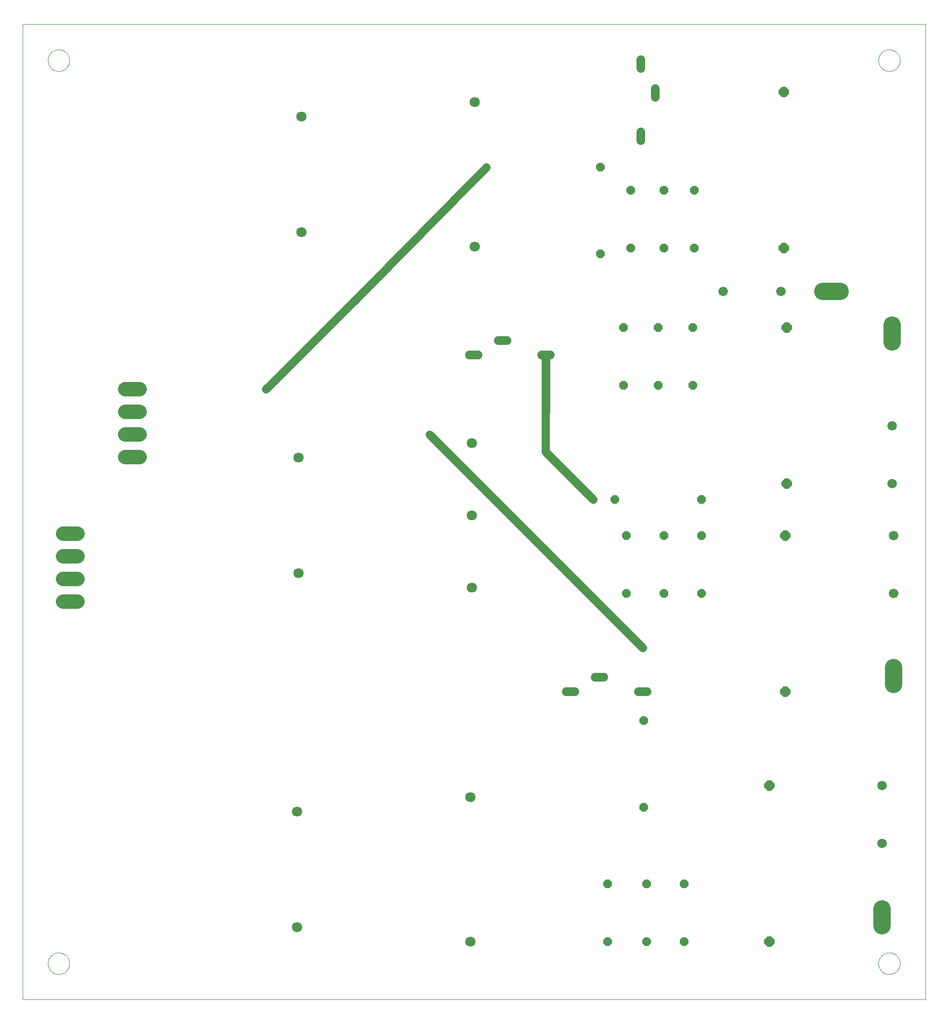
<source format=gtl>
G75*
%MOIN*%
%OFA0B0*%
%FSLAX25Y25*%
%IPPOS*%
%LPD*%
%AMOC8*
5,1,8,0,0,1.08239X$1,22.5*
%
%ADD10C,0.00000*%
%ADD11C,0.07087*%
%ADD12C,0.11850*%
%ADD13OC8,0.06000*%
%ADD14C,0.06000*%
%ADD15OC8,0.07050*%
%ADD16C,0.06600*%
%ADD17C,0.10039*%
%ADD18C,0.05600*%
%ADD19R,0.03962X0.03962*%
D10*
X0001800Y0001800D02*
X0001800Y0676800D01*
X0626800Y0676800D01*
X0626800Y0001800D01*
X0001800Y0001800D01*
X0019325Y0026800D02*
X0019327Y0026983D01*
X0019334Y0027167D01*
X0019345Y0027350D01*
X0019361Y0027533D01*
X0019381Y0027715D01*
X0019406Y0027897D01*
X0019435Y0028078D01*
X0019469Y0028258D01*
X0019507Y0028438D01*
X0019549Y0028616D01*
X0019596Y0028794D01*
X0019647Y0028970D01*
X0019702Y0029145D01*
X0019762Y0029318D01*
X0019826Y0029490D01*
X0019894Y0029661D01*
X0019966Y0029829D01*
X0020043Y0029996D01*
X0020123Y0030161D01*
X0020208Y0030324D01*
X0020296Y0030484D01*
X0020388Y0030643D01*
X0020485Y0030799D01*
X0020585Y0030953D01*
X0020689Y0031104D01*
X0020796Y0031253D01*
X0020907Y0031399D01*
X0021022Y0031542D01*
X0021140Y0031682D01*
X0021261Y0031820D01*
X0021386Y0031954D01*
X0021514Y0032086D01*
X0021646Y0032214D01*
X0021780Y0032339D01*
X0021918Y0032460D01*
X0022058Y0032578D01*
X0022201Y0032693D01*
X0022347Y0032804D01*
X0022496Y0032911D01*
X0022647Y0033015D01*
X0022801Y0033115D01*
X0022957Y0033212D01*
X0023116Y0033304D01*
X0023276Y0033392D01*
X0023439Y0033477D01*
X0023604Y0033557D01*
X0023771Y0033634D01*
X0023939Y0033706D01*
X0024110Y0033774D01*
X0024282Y0033838D01*
X0024455Y0033898D01*
X0024630Y0033953D01*
X0024806Y0034004D01*
X0024984Y0034051D01*
X0025162Y0034093D01*
X0025342Y0034131D01*
X0025522Y0034165D01*
X0025703Y0034194D01*
X0025885Y0034219D01*
X0026067Y0034239D01*
X0026250Y0034255D01*
X0026433Y0034266D01*
X0026617Y0034273D01*
X0026800Y0034275D01*
X0026983Y0034273D01*
X0027167Y0034266D01*
X0027350Y0034255D01*
X0027533Y0034239D01*
X0027715Y0034219D01*
X0027897Y0034194D01*
X0028078Y0034165D01*
X0028258Y0034131D01*
X0028438Y0034093D01*
X0028616Y0034051D01*
X0028794Y0034004D01*
X0028970Y0033953D01*
X0029145Y0033898D01*
X0029318Y0033838D01*
X0029490Y0033774D01*
X0029661Y0033706D01*
X0029829Y0033634D01*
X0029996Y0033557D01*
X0030161Y0033477D01*
X0030324Y0033392D01*
X0030484Y0033304D01*
X0030643Y0033212D01*
X0030799Y0033115D01*
X0030953Y0033015D01*
X0031104Y0032911D01*
X0031253Y0032804D01*
X0031399Y0032693D01*
X0031542Y0032578D01*
X0031682Y0032460D01*
X0031820Y0032339D01*
X0031954Y0032214D01*
X0032086Y0032086D01*
X0032214Y0031954D01*
X0032339Y0031820D01*
X0032460Y0031682D01*
X0032578Y0031542D01*
X0032693Y0031399D01*
X0032804Y0031253D01*
X0032911Y0031104D01*
X0033015Y0030953D01*
X0033115Y0030799D01*
X0033212Y0030643D01*
X0033304Y0030484D01*
X0033392Y0030324D01*
X0033477Y0030161D01*
X0033557Y0029996D01*
X0033634Y0029829D01*
X0033706Y0029661D01*
X0033774Y0029490D01*
X0033838Y0029318D01*
X0033898Y0029145D01*
X0033953Y0028970D01*
X0034004Y0028794D01*
X0034051Y0028616D01*
X0034093Y0028438D01*
X0034131Y0028258D01*
X0034165Y0028078D01*
X0034194Y0027897D01*
X0034219Y0027715D01*
X0034239Y0027533D01*
X0034255Y0027350D01*
X0034266Y0027167D01*
X0034273Y0026983D01*
X0034275Y0026800D01*
X0034273Y0026617D01*
X0034266Y0026433D01*
X0034255Y0026250D01*
X0034239Y0026067D01*
X0034219Y0025885D01*
X0034194Y0025703D01*
X0034165Y0025522D01*
X0034131Y0025342D01*
X0034093Y0025162D01*
X0034051Y0024984D01*
X0034004Y0024806D01*
X0033953Y0024630D01*
X0033898Y0024455D01*
X0033838Y0024282D01*
X0033774Y0024110D01*
X0033706Y0023939D01*
X0033634Y0023771D01*
X0033557Y0023604D01*
X0033477Y0023439D01*
X0033392Y0023276D01*
X0033304Y0023116D01*
X0033212Y0022957D01*
X0033115Y0022801D01*
X0033015Y0022647D01*
X0032911Y0022496D01*
X0032804Y0022347D01*
X0032693Y0022201D01*
X0032578Y0022058D01*
X0032460Y0021918D01*
X0032339Y0021780D01*
X0032214Y0021646D01*
X0032086Y0021514D01*
X0031954Y0021386D01*
X0031820Y0021261D01*
X0031682Y0021140D01*
X0031542Y0021022D01*
X0031399Y0020907D01*
X0031253Y0020796D01*
X0031104Y0020689D01*
X0030953Y0020585D01*
X0030799Y0020485D01*
X0030643Y0020388D01*
X0030484Y0020296D01*
X0030324Y0020208D01*
X0030161Y0020123D01*
X0029996Y0020043D01*
X0029829Y0019966D01*
X0029661Y0019894D01*
X0029490Y0019826D01*
X0029318Y0019762D01*
X0029145Y0019702D01*
X0028970Y0019647D01*
X0028794Y0019596D01*
X0028616Y0019549D01*
X0028438Y0019507D01*
X0028258Y0019469D01*
X0028078Y0019435D01*
X0027897Y0019406D01*
X0027715Y0019381D01*
X0027533Y0019361D01*
X0027350Y0019345D01*
X0027167Y0019334D01*
X0026983Y0019327D01*
X0026800Y0019325D01*
X0026617Y0019327D01*
X0026433Y0019334D01*
X0026250Y0019345D01*
X0026067Y0019361D01*
X0025885Y0019381D01*
X0025703Y0019406D01*
X0025522Y0019435D01*
X0025342Y0019469D01*
X0025162Y0019507D01*
X0024984Y0019549D01*
X0024806Y0019596D01*
X0024630Y0019647D01*
X0024455Y0019702D01*
X0024282Y0019762D01*
X0024110Y0019826D01*
X0023939Y0019894D01*
X0023771Y0019966D01*
X0023604Y0020043D01*
X0023439Y0020123D01*
X0023276Y0020208D01*
X0023116Y0020296D01*
X0022957Y0020388D01*
X0022801Y0020485D01*
X0022647Y0020585D01*
X0022496Y0020689D01*
X0022347Y0020796D01*
X0022201Y0020907D01*
X0022058Y0021022D01*
X0021918Y0021140D01*
X0021780Y0021261D01*
X0021646Y0021386D01*
X0021514Y0021514D01*
X0021386Y0021646D01*
X0021261Y0021780D01*
X0021140Y0021918D01*
X0021022Y0022058D01*
X0020907Y0022201D01*
X0020796Y0022347D01*
X0020689Y0022496D01*
X0020585Y0022647D01*
X0020485Y0022801D01*
X0020388Y0022957D01*
X0020296Y0023116D01*
X0020208Y0023276D01*
X0020123Y0023439D01*
X0020043Y0023604D01*
X0019966Y0023771D01*
X0019894Y0023939D01*
X0019826Y0024110D01*
X0019762Y0024282D01*
X0019702Y0024455D01*
X0019647Y0024630D01*
X0019596Y0024806D01*
X0019549Y0024984D01*
X0019507Y0025162D01*
X0019469Y0025342D01*
X0019435Y0025522D01*
X0019406Y0025703D01*
X0019381Y0025885D01*
X0019361Y0026067D01*
X0019345Y0026250D01*
X0019334Y0026433D01*
X0019327Y0026617D01*
X0019325Y0026800D01*
X0594325Y0026800D02*
X0594327Y0026983D01*
X0594334Y0027167D01*
X0594345Y0027350D01*
X0594361Y0027533D01*
X0594381Y0027715D01*
X0594406Y0027897D01*
X0594435Y0028078D01*
X0594469Y0028258D01*
X0594507Y0028438D01*
X0594549Y0028616D01*
X0594596Y0028794D01*
X0594647Y0028970D01*
X0594702Y0029145D01*
X0594762Y0029318D01*
X0594826Y0029490D01*
X0594894Y0029661D01*
X0594966Y0029829D01*
X0595043Y0029996D01*
X0595123Y0030161D01*
X0595208Y0030324D01*
X0595296Y0030484D01*
X0595388Y0030643D01*
X0595485Y0030799D01*
X0595585Y0030953D01*
X0595689Y0031104D01*
X0595796Y0031253D01*
X0595907Y0031399D01*
X0596022Y0031542D01*
X0596140Y0031682D01*
X0596261Y0031820D01*
X0596386Y0031954D01*
X0596514Y0032086D01*
X0596646Y0032214D01*
X0596780Y0032339D01*
X0596918Y0032460D01*
X0597058Y0032578D01*
X0597201Y0032693D01*
X0597347Y0032804D01*
X0597496Y0032911D01*
X0597647Y0033015D01*
X0597801Y0033115D01*
X0597957Y0033212D01*
X0598116Y0033304D01*
X0598276Y0033392D01*
X0598439Y0033477D01*
X0598604Y0033557D01*
X0598771Y0033634D01*
X0598939Y0033706D01*
X0599110Y0033774D01*
X0599282Y0033838D01*
X0599455Y0033898D01*
X0599630Y0033953D01*
X0599806Y0034004D01*
X0599984Y0034051D01*
X0600162Y0034093D01*
X0600342Y0034131D01*
X0600522Y0034165D01*
X0600703Y0034194D01*
X0600885Y0034219D01*
X0601067Y0034239D01*
X0601250Y0034255D01*
X0601433Y0034266D01*
X0601617Y0034273D01*
X0601800Y0034275D01*
X0601983Y0034273D01*
X0602167Y0034266D01*
X0602350Y0034255D01*
X0602533Y0034239D01*
X0602715Y0034219D01*
X0602897Y0034194D01*
X0603078Y0034165D01*
X0603258Y0034131D01*
X0603438Y0034093D01*
X0603616Y0034051D01*
X0603794Y0034004D01*
X0603970Y0033953D01*
X0604145Y0033898D01*
X0604318Y0033838D01*
X0604490Y0033774D01*
X0604661Y0033706D01*
X0604829Y0033634D01*
X0604996Y0033557D01*
X0605161Y0033477D01*
X0605324Y0033392D01*
X0605484Y0033304D01*
X0605643Y0033212D01*
X0605799Y0033115D01*
X0605953Y0033015D01*
X0606104Y0032911D01*
X0606253Y0032804D01*
X0606399Y0032693D01*
X0606542Y0032578D01*
X0606682Y0032460D01*
X0606820Y0032339D01*
X0606954Y0032214D01*
X0607086Y0032086D01*
X0607214Y0031954D01*
X0607339Y0031820D01*
X0607460Y0031682D01*
X0607578Y0031542D01*
X0607693Y0031399D01*
X0607804Y0031253D01*
X0607911Y0031104D01*
X0608015Y0030953D01*
X0608115Y0030799D01*
X0608212Y0030643D01*
X0608304Y0030484D01*
X0608392Y0030324D01*
X0608477Y0030161D01*
X0608557Y0029996D01*
X0608634Y0029829D01*
X0608706Y0029661D01*
X0608774Y0029490D01*
X0608838Y0029318D01*
X0608898Y0029145D01*
X0608953Y0028970D01*
X0609004Y0028794D01*
X0609051Y0028616D01*
X0609093Y0028438D01*
X0609131Y0028258D01*
X0609165Y0028078D01*
X0609194Y0027897D01*
X0609219Y0027715D01*
X0609239Y0027533D01*
X0609255Y0027350D01*
X0609266Y0027167D01*
X0609273Y0026983D01*
X0609275Y0026800D01*
X0609273Y0026617D01*
X0609266Y0026433D01*
X0609255Y0026250D01*
X0609239Y0026067D01*
X0609219Y0025885D01*
X0609194Y0025703D01*
X0609165Y0025522D01*
X0609131Y0025342D01*
X0609093Y0025162D01*
X0609051Y0024984D01*
X0609004Y0024806D01*
X0608953Y0024630D01*
X0608898Y0024455D01*
X0608838Y0024282D01*
X0608774Y0024110D01*
X0608706Y0023939D01*
X0608634Y0023771D01*
X0608557Y0023604D01*
X0608477Y0023439D01*
X0608392Y0023276D01*
X0608304Y0023116D01*
X0608212Y0022957D01*
X0608115Y0022801D01*
X0608015Y0022647D01*
X0607911Y0022496D01*
X0607804Y0022347D01*
X0607693Y0022201D01*
X0607578Y0022058D01*
X0607460Y0021918D01*
X0607339Y0021780D01*
X0607214Y0021646D01*
X0607086Y0021514D01*
X0606954Y0021386D01*
X0606820Y0021261D01*
X0606682Y0021140D01*
X0606542Y0021022D01*
X0606399Y0020907D01*
X0606253Y0020796D01*
X0606104Y0020689D01*
X0605953Y0020585D01*
X0605799Y0020485D01*
X0605643Y0020388D01*
X0605484Y0020296D01*
X0605324Y0020208D01*
X0605161Y0020123D01*
X0604996Y0020043D01*
X0604829Y0019966D01*
X0604661Y0019894D01*
X0604490Y0019826D01*
X0604318Y0019762D01*
X0604145Y0019702D01*
X0603970Y0019647D01*
X0603794Y0019596D01*
X0603616Y0019549D01*
X0603438Y0019507D01*
X0603258Y0019469D01*
X0603078Y0019435D01*
X0602897Y0019406D01*
X0602715Y0019381D01*
X0602533Y0019361D01*
X0602350Y0019345D01*
X0602167Y0019334D01*
X0601983Y0019327D01*
X0601800Y0019325D01*
X0601617Y0019327D01*
X0601433Y0019334D01*
X0601250Y0019345D01*
X0601067Y0019361D01*
X0600885Y0019381D01*
X0600703Y0019406D01*
X0600522Y0019435D01*
X0600342Y0019469D01*
X0600162Y0019507D01*
X0599984Y0019549D01*
X0599806Y0019596D01*
X0599630Y0019647D01*
X0599455Y0019702D01*
X0599282Y0019762D01*
X0599110Y0019826D01*
X0598939Y0019894D01*
X0598771Y0019966D01*
X0598604Y0020043D01*
X0598439Y0020123D01*
X0598276Y0020208D01*
X0598116Y0020296D01*
X0597957Y0020388D01*
X0597801Y0020485D01*
X0597647Y0020585D01*
X0597496Y0020689D01*
X0597347Y0020796D01*
X0597201Y0020907D01*
X0597058Y0021022D01*
X0596918Y0021140D01*
X0596780Y0021261D01*
X0596646Y0021386D01*
X0596514Y0021514D01*
X0596386Y0021646D01*
X0596261Y0021780D01*
X0596140Y0021918D01*
X0596022Y0022058D01*
X0595907Y0022201D01*
X0595796Y0022347D01*
X0595689Y0022496D01*
X0595585Y0022647D01*
X0595485Y0022801D01*
X0595388Y0022957D01*
X0595296Y0023116D01*
X0595208Y0023276D01*
X0595123Y0023439D01*
X0595043Y0023604D01*
X0594966Y0023771D01*
X0594894Y0023939D01*
X0594826Y0024110D01*
X0594762Y0024282D01*
X0594702Y0024455D01*
X0594647Y0024630D01*
X0594596Y0024806D01*
X0594549Y0024984D01*
X0594507Y0025162D01*
X0594469Y0025342D01*
X0594435Y0025522D01*
X0594406Y0025703D01*
X0594381Y0025885D01*
X0594361Y0026067D01*
X0594345Y0026250D01*
X0594334Y0026433D01*
X0594327Y0026617D01*
X0594325Y0026800D01*
X0594325Y0651800D02*
X0594327Y0651983D01*
X0594334Y0652167D01*
X0594345Y0652350D01*
X0594361Y0652533D01*
X0594381Y0652715D01*
X0594406Y0652897D01*
X0594435Y0653078D01*
X0594469Y0653258D01*
X0594507Y0653438D01*
X0594549Y0653616D01*
X0594596Y0653794D01*
X0594647Y0653970D01*
X0594702Y0654145D01*
X0594762Y0654318D01*
X0594826Y0654490D01*
X0594894Y0654661D01*
X0594966Y0654829D01*
X0595043Y0654996D01*
X0595123Y0655161D01*
X0595208Y0655324D01*
X0595296Y0655484D01*
X0595388Y0655643D01*
X0595485Y0655799D01*
X0595585Y0655953D01*
X0595689Y0656104D01*
X0595796Y0656253D01*
X0595907Y0656399D01*
X0596022Y0656542D01*
X0596140Y0656682D01*
X0596261Y0656820D01*
X0596386Y0656954D01*
X0596514Y0657086D01*
X0596646Y0657214D01*
X0596780Y0657339D01*
X0596918Y0657460D01*
X0597058Y0657578D01*
X0597201Y0657693D01*
X0597347Y0657804D01*
X0597496Y0657911D01*
X0597647Y0658015D01*
X0597801Y0658115D01*
X0597957Y0658212D01*
X0598116Y0658304D01*
X0598276Y0658392D01*
X0598439Y0658477D01*
X0598604Y0658557D01*
X0598771Y0658634D01*
X0598939Y0658706D01*
X0599110Y0658774D01*
X0599282Y0658838D01*
X0599455Y0658898D01*
X0599630Y0658953D01*
X0599806Y0659004D01*
X0599984Y0659051D01*
X0600162Y0659093D01*
X0600342Y0659131D01*
X0600522Y0659165D01*
X0600703Y0659194D01*
X0600885Y0659219D01*
X0601067Y0659239D01*
X0601250Y0659255D01*
X0601433Y0659266D01*
X0601617Y0659273D01*
X0601800Y0659275D01*
X0601983Y0659273D01*
X0602167Y0659266D01*
X0602350Y0659255D01*
X0602533Y0659239D01*
X0602715Y0659219D01*
X0602897Y0659194D01*
X0603078Y0659165D01*
X0603258Y0659131D01*
X0603438Y0659093D01*
X0603616Y0659051D01*
X0603794Y0659004D01*
X0603970Y0658953D01*
X0604145Y0658898D01*
X0604318Y0658838D01*
X0604490Y0658774D01*
X0604661Y0658706D01*
X0604829Y0658634D01*
X0604996Y0658557D01*
X0605161Y0658477D01*
X0605324Y0658392D01*
X0605484Y0658304D01*
X0605643Y0658212D01*
X0605799Y0658115D01*
X0605953Y0658015D01*
X0606104Y0657911D01*
X0606253Y0657804D01*
X0606399Y0657693D01*
X0606542Y0657578D01*
X0606682Y0657460D01*
X0606820Y0657339D01*
X0606954Y0657214D01*
X0607086Y0657086D01*
X0607214Y0656954D01*
X0607339Y0656820D01*
X0607460Y0656682D01*
X0607578Y0656542D01*
X0607693Y0656399D01*
X0607804Y0656253D01*
X0607911Y0656104D01*
X0608015Y0655953D01*
X0608115Y0655799D01*
X0608212Y0655643D01*
X0608304Y0655484D01*
X0608392Y0655324D01*
X0608477Y0655161D01*
X0608557Y0654996D01*
X0608634Y0654829D01*
X0608706Y0654661D01*
X0608774Y0654490D01*
X0608838Y0654318D01*
X0608898Y0654145D01*
X0608953Y0653970D01*
X0609004Y0653794D01*
X0609051Y0653616D01*
X0609093Y0653438D01*
X0609131Y0653258D01*
X0609165Y0653078D01*
X0609194Y0652897D01*
X0609219Y0652715D01*
X0609239Y0652533D01*
X0609255Y0652350D01*
X0609266Y0652167D01*
X0609273Y0651983D01*
X0609275Y0651800D01*
X0609273Y0651617D01*
X0609266Y0651433D01*
X0609255Y0651250D01*
X0609239Y0651067D01*
X0609219Y0650885D01*
X0609194Y0650703D01*
X0609165Y0650522D01*
X0609131Y0650342D01*
X0609093Y0650162D01*
X0609051Y0649984D01*
X0609004Y0649806D01*
X0608953Y0649630D01*
X0608898Y0649455D01*
X0608838Y0649282D01*
X0608774Y0649110D01*
X0608706Y0648939D01*
X0608634Y0648771D01*
X0608557Y0648604D01*
X0608477Y0648439D01*
X0608392Y0648276D01*
X0608304Y0648116D01*
X0608212Y0647957D01*
X0608115Y0647801D01*
X0608015Y0647647D01*
X0607911Y0647496D01*
X0607804Y0647347D01*
X0607693Y0647201D01*
X0607578Y0647058D01*
X0607460Y0646918D01*
X0607339Y0646780D01*
X0607214Y0646646D01*
X0607086Y0646514D01*
X0606954Y0646386D01*
X0606820Y0646261D01*
X0606682Y0646140D01*
X0606542Y0646022D01*
X0606399Y0645907D01*
X0606253Y0645796D01*
X0606104Y0645689D01*
X0605953Y0645585D01*
X0605799Y0645485D01*
X0605643Y0645388D01*
X0605484Y0645296D01*
X0605324Y0645208D01*
X0605161Y0645123D01*
X0604996Y0645043D01*
X0604829Y0644966D01*
X0604661Y0644894D01*
X0604490Y0644826D01*
X0604318Y0644762D01*
X0604145Y0644702D01*
X0603970Y0644647D01*
X0603794Y0644596D01*
X0603616Y0644549D01*
X0603438Y0644507D01*
X0603258Y0644469D01*
X0603078Y0644435D01*
X0602897Y0644406D01*
X0602715Y0644381D01*
X0602533Y0644361D01*
X0602350Y0644345D01*
X0602167Y0644334D01*
X0601983Y0644327D01*
X0601800Y0644325D01*
X0601617Y0644327D01*
X0601433Y0644334D01*
X0601250Y0644345D01*
X0601067Y0644361D01*
X0600885Y0644381D01*
X0600703Y0644406D01*
X0600522Y0644435D01*
X0600342Y0644469D01*
X0600162Y0644507D01*
X0599984Y0644549D01*
X0599806Y0644596D01*
X0599630Y0644647D01*
X0599455Y0644702D01*
X0599282Y0644762D01*
X0599110Y0644826D01*
X0598939Y0644894D01*
X0598771Y0644966D01*
X0598604Y0645043D01*
X0598439Y0645123D01*
X0598276Y0645208D01*
X0598116Y0645296D01*
X0597957Y0645388D01*
X0597801Y0645485D01*
X0597647Y0645585D01*
X0597496Y0645689D01*
X0597347Y0645796D01*
X0597201Y0645907D01*
X0597058Y0646022D01*
X0596918Y0646140D01*
X0596780Y0646261D01*
X0596646Y0646386D01*
X0596514Y0646514D01*
X0596386Y0646646D01*
X0596261Y0646780D01*
X0596140Y0646918D01*
X0596022Y0647058D01*
X0595907Y0647201D01*
X0595796Y0647347D01*
X0595689Y0647496D01*
X0595585Y0647647D01*
X0595485Y0647801D01*
X0595388Y0647957D01*
X0595296Y0648116D01*
X0595208Y0648276D01*
X0595123Y0648439D01*
X0595043Y0648604D01*
X0594966Y0648771D01*
X0594894Y0648939D01*
X0594826Y0649110D01*
X0594762Y0649282D01*
X0594702Y0649455D01*
X0594647Y0649630D01*
X0594596Y0649806D01*
X0594549Y0649984D01*
X0594507Y0650162D01*
X0594469Y0650342D01*
X0594435Y0650522D01*
X0594406Y0650703D01*
X0594381Y0650885D01*
X0594361Y0651067D01*
X0594345Y0651250D01*
X0594334Y0651433D01*
X0594327Y0651617D01*
X0594325Y0651800D01*
X0019325Y0651800D02*
X0019327Y0651983D01*
X0019334Y0652167D01*
X0019345Y0652350D01*
X0019361Y0652533D01*
X0019381Y0652715D01*
X0019406Y0652897D01*
X0019435Y0653078D01*
X0019469Y0653258D01*
X0019507Y0653438D01*
X0019549Y0653616D01*
X0019596Y0653794D01*
X0019647Y0653970D01*
X0019702Y0654145D01*
X0019762Y0654318D01*
X0019826Y0654490D01*
X0019894Y0654661D01*
X0019966Y0654829D01*
X0020043Y0654996D01*
X0020123Y0655161D01*
X0020208Y0655324D01*
X0020296Y0655484D01*
X0020388Y0655643D01*
X0020485Y0655799D01*
X0020585Y0655953D01*
X0020689Y0656104D01*
X0020796Y0656253D01*
X0020907Y0656399D01*
X0021022Y0656542D01*
X0021140Y0656682D01*
X0021261Y0656820D01*
X0021386Y0656954D01*
X0021514Y0657086D01*
X0021646Y0657214D01*
X0021780Y0657339D01*
X0021918Y0657460D01*
X0022058Y0657578D01*
X0022201Y0657693D01*
X0022347Y0657804D01*
X0022496Y0657911D01*
X0022647Y0658015D01*
X0022801Y0658115D01*
X0022957Y0658212D01*
X0023116Y0658304D01*
X0023276Y0658392D01*
X0023439Y0658477D01*
X0023604Y0658557D01*
X0023771Y0658634D01*
X0023939Y0658706D01*
X0024110Y0658774D01*
X0024282Y0658838D01*
X0024455Y0658898D01*
X0024630Y0658953D01*
X0024806Y0659004D01*
X0024984Y0659051D01*
X0025162Y0659093D01*
X0025342Y0659131D01*
X0025522Y0659165D01*
X0025703Y0659194D01*
X0025885Y0659219D01*
X0026067Y0659239D01*
X0026250Y0659255D01*
X0026433Y0659266D01*
X0026617Y0659273D01*
X0026800Y0659275D01*
X0026983Y0659273D01*
X0027167Y0659266D01*
X0027350Y0659255D01*
X0027533Y0659239D01*
X0027715Y0659219D01*
X0027897Y0659194D01*
X0028078Y0659165D01*
X0028258Y0659131D01*
X0028438Y0659093D01*
X0028616Y0659051D01*
X0028794Y0659004D01*
X0028970Y0658953D01*
X0029145Y0658898D01*
X0029318Y0658838D01*
X0029490Y0658774D01*
X0029661Y0658706D01*
X0029829Y0658634D01*
X0029996Y0658557D01*
X0030161Y0658477D01*
X0030324Y0658392D01*
X0030484Y0658304D01*
X0030643Y0658212D01*
X0030799Y0658115D01*
X0030953Y0658015D01*
X0031104Y0657911D01*
X0031253Y0657804D01*
X0031399Y0657693D01*
X0031542Y0657578D01*
X0031682Y0657460D01*
X0031820Y0657339D01*
X0031954Y0657214D01*
X0032086Y0657086D01*
X0032214Y0656954D01*
X0032339Y0656820D01*
X0032460Y0656682D01*
X0032578Y0656542D01*
X0032693Y0656399D01*
X0032804Y0656253D01*
X0032911Y0656104D01*
X0033015Y0655953D01*
X0033115Y0655799D01*
X0033212Y0655643D01*
X0033304Y0655484D01*
X0033392Y0655324D01*
X0033477Y0655161D01*
X0033557Y0654996D01*
X0033634Y0654829D01*
X0033706Y0654661D01*
X0033774Y0654490D01*
X0033838Y0654318D01*
X0033898Y0654145D01*
X0033953Y0653970D01*
X0034004Y0653794D01*
X0034051Y0653616D01*
X0034093Y0653438D01*
X0034131Y0653258D01*
X0034165Y0653078D01*
X0034194Y0652897D01*
X0034219Y0652715D01*
X0034239Y0652533D01*
X0034255Y0652350D01*
X0034266Y0652167D01*
X0034273Y0651983D01*
X0034275Y0651800D01*
X0034273Y0651617D01*
X0034266Y0651433D01*
X0034255Y0651250D01*
X0034239Y0651067D01*
X0034219Y0650885D01*
X0034194Y0650703D01*
X0034165Y0650522D01*
X0034131Y0650342D01*
X0034093Y0650162D01*
X0034051Y0649984D01*
X0034004Y0649806D01*
X0033953Y0649630D01*
X0033898Y0649455D01*
X0033838Y0649282D01*
X0033774Y0649110D01*
X0033706Y0648939D01*
X0033634Y0648771D01*
X0033557Y0648604D01*
X0033477Y0648439D01*
X0033392Y0648276D01*
X0033304Y0648116D01*
X0033212Y0647957D01*
X0033115Y0647801D01*
X0033015Y0647647D01*
X0032911Y0647496D01*
X0032804Y0647347D01*
X0032693Y0647201D01*
X0032578Y0647058D01*
X0032460Y0646918D01*
X0032339Y0646780D01*
X0032214Y0646646D01*
X0032086Y0646514D01*
X0031954Y0646386D01*
X0031820Y0646261D01*
X0031682Y0646140D01*
X0031542Y0646022D01*
X0031399Y0645907D01*
X0031253Y0645796D01*
X0031104Y0645689D01*
X0030953Y0645585D01*
X0030799Y0645485D01*
X0030643Y0645388D01*
X0030484Y0645296D01*
X0030324Y0645208D01*
X0030161Y0645123D01*
X0029996Y0645043D01*
X0029829Y0644966D01*
X0029661Y0644894D01*
X0029490Y0644826D01*
X0029318Y0644762D01*
X0029145Y0644702D01*
X0028970Y0644647D01*
X0028794Y0644596D01*
X0028616Y0644549D01*
X0028438Y0644507D01*
X0028258Y0644469D01*
X0028078Y0644435D01*
X0027897Y0644406D01*
X0027715Y0644381D01*
X0027533Y0644361D01*
X0027350Y0644345D01*
X0027167Y0644334D01*
X0026983Y0644327D01*
X0026800Y0644325D01*
X0026617Y0644327D01*
X0026433Y0644334D01*
X0026250Y0644345D01*
X0026067Y0644361D01*
X0025885Y0644381D01*
X0025703Y0644406D01*
X0025522Y0644435D01*
X0025342Y0644469D01*
X0025162Y0644507D01*
X0024984Y0644549D01*
X0024806Y0644596D01*
X0024630Y0644647D01*
X0024455Y0644702D01*
X0024282Y0644762D01*
X0024110Y0644826D01*
X0023939Y0644894D01*
X0023771Y0644966D01*
X0023604Y0645043D01*
X0023439Y0645123D01*
X0023276Y0645208D01*
X0023116Y0645296D01*
X0022957Y0645388D01*
X0022801Y0645485D01*
X0022647Y0645585D01*
X0022496Y0645689D01*
X0022347Y0645796D01*
X0022201Y0645907D01*
X0022058Y0646022D01*
X0021918Y0646140D01*
X0021780Y0646261D01*
X0021646Y0646386D01*
X0021514Y0646514D01*
X0021386Y0646646D01*
X0021261Y0646780D01*
X0021140Y0646918D01*
X0021022Y0647058D01*
X0020907Y0647201D01*
X0020796Y0647347D01*
X0020689Y0647496D01*
X0020585Y0647647D01*
X0020485Y0647801D01*
X0020388Y0647957D01*
X0020296Y0648116D01*
X0020208Y0648276D01*
X0020123Y0648439D01*
X0020043Y0648604D01*
X0019966Y0648771D01*
X0019894Y0648939D01*
X0019826Y0649110D01*
X0019762Y0649282D01*
X0019702Y0649455D01*
X0019647Y0649630D01*
X0019596Y0649806D01*
X0019549Y0649984D01*
X0019507Y0650162D01*
X0019469Y0650342D01*
X0019435Y0650522D01*
X0019406Y0650703D01*
X0019381Y0650885D01*
X0019361Y0651067D01*
X0019345Y0651250D01*
X0019334Y0651433D01*
X0019327Y0651617D01*
X0019325Y0651800D01*
D11*
X0194800Y0612800D03*
X0194800Y0532800D03*
X0314800Y0522800D03*
X0314800Y0622800D03*
X0312800Y0386800D03*
X0312800Y0336800D03*
X0312800Y0286800D03*
X0192800Y0296800D03*
X0192800Y0376800D03*
X0311800Y0141800D03*
X0311800Y0041800D03*
X0191800Y0051800D03*
X0191800Y0131800D03*
D12*
X0555875Y0491800D02*
X0567725Y0491800D01*
X0603800Y0468725D02*
X0603800Y0456875D01*
X0604800Y0231725D02*
X0604800Y0219875D01*
X0596800Y0064725D02*
X0596800Y0052875D01*
D13*
X0459800Y0041800D03*
X0433800Y0041800D03*
X0406800Y0041800D03*
X0406800Y0081800D03*
X0433800Y0081800D03*
X0459800Y0081800D03*
X0431800Y0134800D03*
X0431800Y0194800D03*
X0419800Y0282800D03*
X0445800Y0282800D03*
X0471800Y0282800D03*
X0471800Y0322800D03*
X0471800Y0347800D03*
X0445800Y0322800D03*
X0419800Y0322800D03*
X0411800Y0347800D03*
X0417800Y0426800D03*
X0441800Y0426800D03*
X0465800Y0426800D03*
X0465800Y0466800D03*
X0441800Y0466800D03*
X0417800Y0466800D03*
X0401800Y0517800D03*
X0422800Y0521800D03*
X0445800Y0521800D03*
X0466800Y0521800D03*
X0466800Y0561800D03*
X0445800Y0561800D03*
X0422800Y0561800D03*
X0401800Y0577800D03*
D14*
X0429800Y0596300D02*
X0429800Y0602300D01*
X0439800Y0626300D02*
X0439800Y0632300D01*
X0429800Y0646300D02*
X0429800Y0652300D01*
X0337300Y0457800D02*
X0331300Y0457800D01*
X0317300Y0447800D02*
X0311300Y0447800D01*
X0361300Y0447800D02*
X0367300Y0447800D01*
X0398300Y0224800D02*
X0404300Y0224800D01*
X0384300Y0214800D02*
X0378300Y0214800D01*
X0428300Y0214800D02*
X0434300Y0214800D01*
D15*
X0518800Y0149800D03*
X0529800Y0214800D03*
X0529800Y0322800D03*
X0530800Y0358800D03*
X0530800Y0466800D03*
X0528800Y0521800D03*
X0528800Y0629800D03*
X0518800Y0041800D03*
D16*
X0596800Y0109800D03*
X0596800Y0149800D03*
X0604800Y0282800D03*
X0604800Y0322800D03*
X0603800Y0358800D03*
X0603800Y0398800D03*
X0526800Y0491800D03*
X0486800Y0491800D03*
D17*
X0082820Y0424186D02*
X0072780Y0424186D01*
X0072780Y0408595D02*
X0082820Y0408595D01*
X0082820Y0393005D02*
X0072780Y0393005D01*
X0072780Y0377414D02*
X0082820Y0377414D01*
X0039820Y0324186D02*
X0029780Y0324186D01*
X0029780Y0308595D02*
X0039820Y0308595D01*
X0039820Y0293005D02*
X0029780Y0293005D01*
X0029780Y0277414D02*
X0039820Y0277414D01*
D18*
X0170186Y0424186D02*
X0232391Y0486391D01*
X0322800Y0577800D01*
X0364300Y0447800D02*
X0364095Y0408595D01*
X0363800Y0380800D02*
X0396800Y0347800D01*
X0363800Y0380800D02*
X0363800Y0447300D01*
X0283595Y0393005D02*
X0431300Y0245300D01*
D19*
X0431300Y0245300D03*
X0396800Y0347800D03*
X0364095Y0408595D03*
X0363800Y0447300D03*
X0283595Y0393005D03*
X0170186Y0424186D03*
X0322800Y0577800D03*
M02*

</source>
